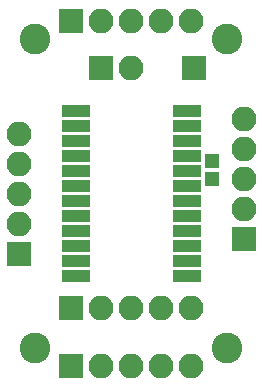
<source format=gbs>
G04 #@! TF.FileFunction,Soldermask,Bot*
%FSLAX46Y46*%
G04 Gerber Fmt 4.6, Leading zero omitted, Abs format (unit mm)*
G04 Created by KiCad (PCBNEW 4.0.4-stable) date 12/10/17 22:01:48*
%MOMM*%
%LPD*%
G01*
G04 APERTURE LIST*
%ADD10C,0.100000*%
%ADD11R,2.100000X2.100000*%
%ADD12O,2.100000X2.100000*%
%ADD13C,2.600000*%
%ADD14R,2.400000X1.000000*%
%ADD15R,1.150000X1.200000*%
G04 APERTURE END LIST*
D10*
D11*
X9525000Y-3810000D03*
D12*
X9525000Y-1270000D03*
X9525000Y1270000D03*
X9525000Y3810000D03*
X9525000Y6350000D03*
D13*
X8128000Y-13081000D03*
X8128000Y13081000D03*
X-8128000Y13081000D03*
X-8128000Y-13081000D03*
D14*
X4699000Y6985000D03*
X4699000Y5715000D03*
X4699000Y4445000D03*
X4699000Y3175000D03*
X4699000Y1905000D03*
X4699000Y635000D03*
X4699000Y-635000D03*
X4699000Y-1905000D03*
X4699000Y-3175000D03*
X4699000Y-4445000D03*
X4699000Y-5715000D03*
X4699000Y-6985000D03*
X-4701000Y-6985000D03*
X-4701000Y-5715000D03*
X-4701000Y-4445000D03*
X-4701000Y-3175000D03*
X-4701000Y-1905000D03*
X-4701000Y-635000D03*
X-4701000Y635000D03*
X-4701000Y1905000D03*
X-4701000Y3175000D03*
X-4701000Y4445000D03*
X-4701000Y5715000D03*
X-4701000Y6985000D03*
D15*
X6858000Y1294000D03*
X6858000Y2794000D03*
D11*
X-5080000Y-9652000D03*
D12*
X-2540000Y-9652000D03*
X0Y-9652000D03*
X2540000Y-9652000D03*
X5080000Y-9652000D03*
D11*
X-2540000Y10668000D03*
D12*
X0Y10668000D03*
D11*
X5334000Y10668000D03*
X-5080000Y14605000D03*
D12*
X-2540000Y14605000D03*
X0Y14605000D03*
X2540000Y14605000D03*
X5080000Y14605000D03*
D11*
X-9525000Y-5080000D03*
D12*
X-9525000Y-2540000D03*
X-9525000Y0D03*
X-9525000Y2540000D03*
X-9525000Y5080000D03*
D11*
X-5080000Y-14605000D03*
D12*
X-2540000Y-14605000D03*
X0Y-14605000D03*
X2540000Y-14605000D03*
X5080000Y-14605000D03*
M02*

</source>
